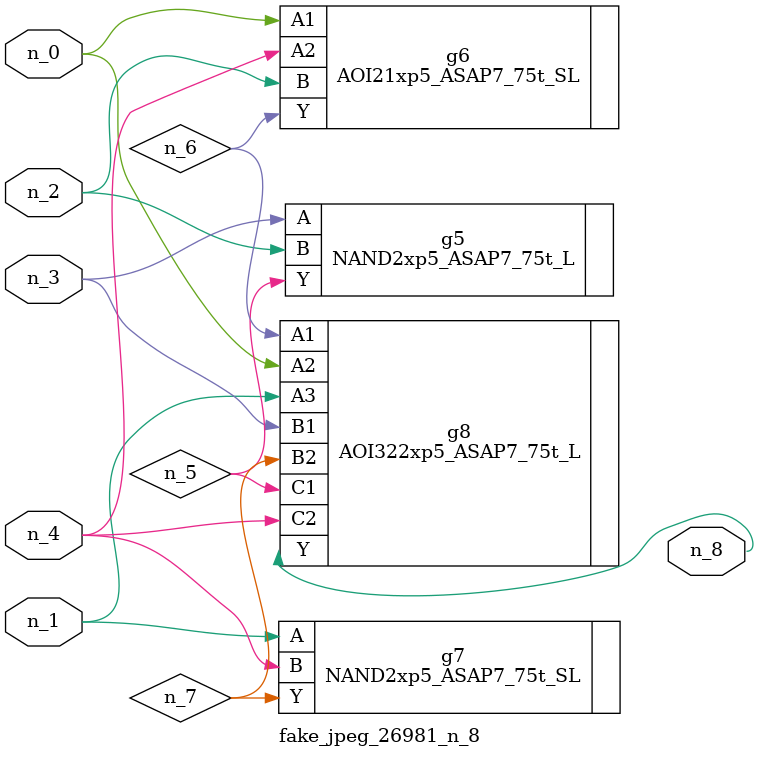
<source format=v>
module fake_jpeg_26981_n_8 (n_3, n_2, n_1, n_0, n_4, n_8);

input n_3;
input n_2;
input n_1;
input n_0;
input n_4;

output n_8;

wire n_6;
wire n_5;
wire n_7;

NAND2xp5_ASAP7_75t_L g5 ( 
.A(n_3),
.B(n_2),
.Y(n_5)
);

AOI21xp5_ASAP7_75t_SL g6 ( 
.A1(n_0),
.A2(n_4),
.B(n_2),
.Y(n_6)
);

NAND2xp5_ASAP7_75t_SL g7 ( 
.A(n_1),
.B(n_4),
.Y(n_7)
);

AOI322xp5_ASAP7_75t_L g8 ( 
.A1(n_6),
.A2(n_0),
.A3(n_1),
.B1(n_3),
.B2(n_7),
.C1(n_5),
.C2(n_4),
.Y(n_8)
);


endmodule
</source>
